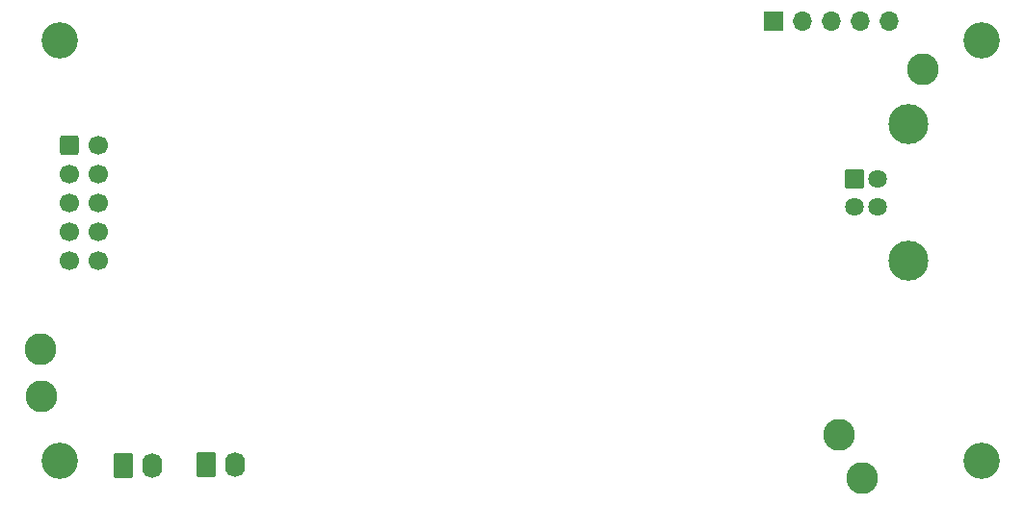
<source format=gbr>
G04 #@! TF.GenerationSoftware,KiCad,Pcbnew,8.0.5*
G04 #@! TF.CreationDate,2024-11-12T20:07:36-06:00*
G04 #@! TF.ProjectId,MonitoringSystem_PCB,4d6f6e69-746f-4726-996e-675379737465,rev?*
G04 #@! TF.SameCoordinates,Original*
G04 #@! TF.FileFunction,Soldermask,Bot*
G04 #@! TF.FilePolarity,Negative*
%FSLAX46Y46*%
G04 Gerber Fmt 4.6, Leading zero omitted, Abs format (unit mm)*
G04 Created by KiCad (PCBNEW 8.0.5) date 2024-11-12 20:07:36*
%MOMM*%
%LPD*%
G01*
G04 APERTURE LIST*
G04 Aperture macros list*
%AMRoundRect*
0 Rectangle with rounded corners*
0 $1 Rounding radius*
0 $2 $3 $4 $5 $6 $7 $8 $9 X,Y pos of 4 corners*
0 Add a 4 corners polygon primitive as box body*
4,1,4,$2,$3,$4,$5,$6,$7,$8,$9,$2,$3,0*
0 Add four circle primitives for the rounded corners*
1,1,$1+$1,$2,$3*
1,1,$1+$1,$4,$5*
1,1,$1+$1,$6,$7*
1,1,$1+$1,$8,$9*
0 Add four rect primitives between the rounded corners*
20,1,$1+$1,$2,$3,$4,$5,0*
20,1,$1+$1,$4,$5,$6,$7,0*
20,1,$1+$1,$6,$7,$8,$9,0*
20,1,$1+$1,$8,$9,$2,$3,0*%
G04 Aperture macros list end*
%ADD10RoundRect,0.250000X-0.620000X-0.845000X0.620000X-0.845000X0.620000X0.845000X-0.620000X0.845000X0*%
%ADD11O,1.740000X2.190000*%
%ADD12RoundRect,0.250000X-0.600000X-0.600000X0.600000X-0.600000X0.600000X0.600000X-0.600000X0.600000X0*%
%ADD13C,1.700000*%
%ADD14C,2.800000*%
%ADD15R,1.700000X1.700000*%
%ADD16O,1.700000X1.700000*%
%ADD17C,3.200000*%
%ADD18RoundRect,0.102000X0.714000X-0.714000X0.714000X0.714000X-0.714000X0.714000X-0.714000X-0.714000X0*%
%ADD19C,1.632000*%
%ADD20C,3.520000*%
G04 APERTURE END LIST*
D10*
X127880000Y-121360000D03*
D11*
X130420000Y-121360000D03*
D10*
X120570000Y-121400000D03*
D11*
X123110000Y-121400000D03*
D12*
X115850000Y-93275000D03*
D13*
X118390000Y-93275000D03*
X115850000Y-95815000D03*
X118390000Y-95815000D03*
X115850000Y-98355000D03*
X118390000Y-98355000D03*
X115850000Y-100895000D03*
X118390000Y-100895000D03*
X115850000Y-103435000D03*
X118390000Y-103435000D03*
D14*
X185547000Y-122529600D03*
D15*
X177750000Y-82350000D03*
D16*
X180290000Y-82350000D03*
X182830000Y-82350000D03*
X185370000Y-82350000D03*
X187910000Y-82350000D03*
D14*
X183489600Y-118719600D03*
X190881000Y-86563200D03*
X113370000Y-115370000D03*
D17*
X196000000Y-121000000D03*
X115000000Y-121000000D03*
X196000000Y-84000000D03*
D14*
X113290000Y-111170000D03*
D18*
X184835800Y-96164400D03*
D19*
X184835800Y-98664400D03*
X186835800Y-98664400D03*
X186835800Y-96164400D03*
D20*
X189545800Y-103434400D03*
X189545800Y-91394400D03*
D17*
X115000000Y-84000000D03*
M02*

</source>
